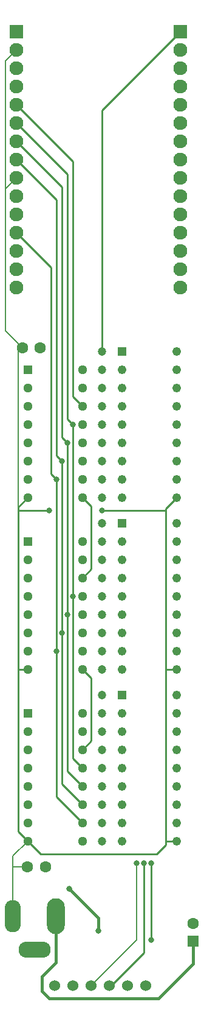
<source format=gbl>
%TF.GenerationSoftware,KiCad,Pcbnew,(7.0.0)*%
%TF.CreationDate,2023-05-15T22:46:06-04:00*%
%TF.ProjectId,clockPCB,636c6f63-6b50-4434-922e-6b696361645f,rev?*%
%TF.SameCoordinates,Original*%
%TF.FileFunction,Copper,L2,Bot*%
%TF.FilePolarity,Positive*%
%FSLAX46Y46*%
G04 Gerber Fmt 4.6, Leading zero omitted, Abs format (unit mm)*
G04 Created by KiCad (PCBNEW (7.0.0)) date 2023-05-15 22:46:06*
%MOMM*%
%LPD*%
G01*
G04 APERTURE LIST*
%TA.AperFunction,ComponentPad*%
%ADD10C,1.600000*%
%TD*%
%TA.AperFunction,ComponentPad*%
%ADD11R,1.600000X1.600000*%
%TD*%
%TA.AperFunction,ComponentPad*%
%ADD12R,1.295400X1.295400*%
%TD*%
%TA.AperFunction,ComponentPad*%
%ADD13C,1.295400*%
%TD*%
%TA.AperFunction,ComponentPad*%
%ADD14R,1.930000X1.930000*%
%TD*%
%TA.AperFunction,ComponentPad*%
%ADD15C,1.930000*%
%TD*%
%TA.AperFunction,ComponentPad*%
%ADD16C,1.200000*%
%TD*%
%TA.AperFunction,ComponentPad*%
%ADD17O,2.500000X5.000000*%
%TD*%
%TA.AperFunction,ComponentPad*%
%ADD18O,2.250000X4.500000*%
%TD*%
%TA.AperFunction,ComponentPad*%
%ADD19O,4.500000X2.250000*%
%TD*%
%TA.AperFunction,ComponentPad*%
%ADD20R,1.227074X1.227074*%
%TD*%
%TA.AperFunction,ComponentPad*%
%ADD21C,1.227074*%
%TD*%
%TA.AperFunction,ComponentPad*%
%ADD22C,1.524000*%
%TD*%
%TA.AperFunction,ViaPad*%
%ADD23C,0.800000*%
%TD*%
%TA.AperFunction,Conductor*%
%ADD24C,0.400000*%
%TD*%
%TA.AperFunction,Conductor*%
%ADD25C,0.200000*%
%TD*%
%TA.AperFunction,Conductor*%
%ADD26C,0.250000*%
%TD*%
G04 APERTURE END LIST*
D10*
%TO.P,REF\u002A\u002A,1*%
%TO.N,N/C*%
X124988000Y-67500500D03*
%TO.P,REF\u002A\u002A,2*%
X127488000Y-67500500D03*
%TD*%
D11*
%TO.P,REF\u002A\u002A,1*%
%TO.N,N/C*%
X148843999Y-150010499D03*
D10*
%TO.P,REF\u002A\u002A,2*%
X148844000Y-147510500D03*
%TD*%
D12*
%TO.P,REF\u002A\u002A,1*%
%TO.N,N/C*%
X125793499Y-70548499D03*
D13*
%TO.P,REF\u002A\u002A,2*%
X125793500Y-73088500D03*
%TO.P,REF\u002A\u002A,3*%
X125793500Y-75628500D03*
%TO.P,REF\u002A\u002A,4*%
X125793500Y-78168500D03*
%TO.P,REF\u002A\u002A,5*%
X125793500Y-80708500D03*
%TO.P,REF\u002A\u002A,6*%
X125793500Y-83248500D03*
%TO.P,REF\u002A\u002A,7*%
X125793500Y-85788500D03*
%TO.P,REF\u002A\u002A,8*%
X125793500Y-88328500D03*
%TO.P,REF\u002A\u002A,9*%
X133413500Y-88328500D03*
%TO.P,REF\u002A\u002A,10*%
X133413500Y-85788500D03*
%TO.P,REF\u002A\u002A,11*%
X133413500Y-83248500D03*
%TO.P,REF\u002A\u002A,12*%
X133413500Y-80708500D03*
%TO.P,REF\u002A\u002A,13*%
X133413500Y-78168500D03*
%TO.P,REF\u002A\u002A,14*%
X133413500Y-75628500D03*
%TO.P,REF\u002A\u002A,15*%
X133413500Y-73088500D03*
%TO.P,REF\u002A\u002A,16*%
X133413500Y-70548500D03*
%TD*%
D14*
%TO.P,REF\u002A\u002A,J1_1*%
%TO.N,N/C*%
X124205999Y-23558499D03*
D15*
%TO.P,REF\u002A\u002A,J1_2*%
X124206000Y-26098500D03*
%TO.P,REF\u002A\u002A,J1_3*%
X124206000Y-28638500D03*
%TO.P,REF\u002A\u002A,J1_4*%
X124206000Y-31178500D03*
%TO.P,REF\u002A\u002A,J1_5*%
X124206000Y-33718500D03*
%TO.P,REF\u002A\u002A,J1_6*%
X124206000Y-36258500D03*
%TO.P,REF\u002A\u002A,J1_7*%
X124206000Y-38798500D03*
%TO.P,REF\u002A\u002A,J1_8*%
X124206000Y-41338500D03*
%TO.P,REF\u002A\u002A,J1_9*%
X124206000Y-43878500D03*
%TO.P,REF\u002A\u002A,J1_10*%
X124206000Y-46418500D03*
%TO.P,REF\u002A\u002A,J1_11*%
X124206000Y-48958500D03*
%TO.P,REF\u002A\u002A,J1_12*%
X124206000Y-51498500D03*
%TO.P,REF\u002A\u002A,J1_13*%
X124206000Y-54038500D03*
%TO.P,REF\u002A\u002A,J1_14*%
X124206000Y-56578500D03*
%TO.P,REF\u002A\u002A,J1_15*%
X124206000Y-59118500D03*
D14*
%TO.P,REF\u002A\u002A,J2_1*%
X147065999Y-23558499D03*
D15*
%TO.P,REF\u002A\u002A,J2_2*%
X147066000Y-26098500D03*
%TO.P,REF\u002A\u002A,J2_3*%
X147066000Y-28638500D03*
%TO.P,REF\u002A\u002A,J2_4*%
X147066000Y-31178500D03*
%TO.P,REF\u002A\u002A,J2_5*%
X147066000Y-33718500D03*
%TO.P,REF\u002A\u002A,J2_6*%
X147066000Y-36258500D03*
%TO.P,REF\u002A\u002A,J2_7*%
X147066000Y-38798500D03*
%TO.P,REF\u002A\u002A,J2_8*%
X147066000Y-41338500D03*
%TO.P,REF\u002A\u002A,J2_9*%
X147066000Y-43878500D03*
%TO.P,REF\u002A\u002A,J2_10*%
X147066000Y-46418500D03*
%TO.P,REF\u002A\u002A,J2_11*%
X147066000Y-48958500D03*
%TO.P,REF\u002A\u002A,J2_12*%
X147066000Y-51498500D03*
%TO.P,REF\u002A\u002A,J2_13*%
X147066000Y-54038500D03*
%TO.P,REF\u002A\u002A,J2_14*%
X147066000Y-56578500D03*
%TO.P,REF\u002A\u002A,J2_15*%
X147066000Y-59118500D03*
%TD*%
D16*
%TO.P,REF\u002A\u002A,1*%
%TO.N,N/C*%
X136144000Y-68008500D03*
%TO.P,REF\u002A\u002A,2*%
X136144000Y-70548500D03*
%TO.P,REF\u002A\u002A,3*%
X136144000Y-73088500D03*
%TO.P,REF\u002A\u002A,4*%
X136144000Y-75628500D03*
%TO.P,REF\u002A\u002A,5*%
X136144000Y-78168500D03*
%TO.P,REF\u002A\u002A,6*%
X136144000Y-80708500D03*
%TO.P,REF\u002A\u002A,7*%
X136144000Y-83248500D03*
%TO.P,REF\u002A\u002A,8*%
X136144000Y-85788500D03*
%TO.P,REF\u002A\u002A,9*%
X136144000Y-88328500D03*
%TD*%
D17*
%TO.P,REF\u002A\u002A,1*%
%TO.N,N/C*%
X129697999Y-146494499D03*
D18*
%TO.P,REF\u002A\u002A,2*%
X123697999Y-146494499D03*
D19*
%TO.P,REF\u002A\u002A,3*%
X126697999Y-151194499D03*
%TD*%
D16*
%TO.P,REF\u002A\u002A,1*%
%TO.N,N/C*%
X136144000Y-115760500D03*
%TO.P,REF\u002A\u002A,2*%
X136144000Y-118300500D03*
%TO.P,REF\u002A\u002A,3*%
X136144000Y-120840500D03*
%TO.P,REF\u002A\u002A,4*%
X136144000Y-123380500D03*
%TO.P,REF\u002A\u002A,5*%
X136144000Y-125920500D03*
%TO.P,REF\u002A\u002A,6*%
X136144000Y-128460500D03*
%TO.P,REF\u002A\u002A,7*%
X136144000Y-131000500D03*
%TO.P,REF\u002A\u002A,8*%
X136144000Y-133540500D03*
%TO.P,REF\u002A\u002A,9*%
X136144000Y-136080500D03*
%TD*%
D20*
%TO.P,REF\u002A\u002A,1*%
%TO.N,N/C*%
X138937999Y-115760499D03*
D21*
%TO.P,REF\u002A\u002A,2*%
X138938000Y-118300500D03*
%TO.P,REF\u002A\u002A,3*%
X138938000Y-120840500D03*
%TO.P,REF\u002A\u002A,4*%
X138938000Y-123380500D03*
%TO.P,REF\u002A\u002A,5*%
X138938000Y-125920500D03*
%TO.P,REF\u002A\u002A,6*%
X138938000Y-128460500D03*
%TO.P,REF\u002A\u002A,7*%
X138938000Y-131000500D03*
%TO.P,REF\u002A\u002A,8*%
X138938000Y-133540500D03*
%TO.P,REF\u002A\u002A,9*%
X138938000Y-136080500D03*
%TO.P,REF\u002A\u002A,10*%
X146558000Y-136080500D03*
%TO.P,REF\u002A\u002A,11*%
X146558000Y-133540500D03*
%TO.P,REF\u002A\u002A,12*%
X146558000Y-131000500D03*
%TO.P,REF\u002A\u002A,13*%
X146558000Y-128460500D03*
%TO.P,REF\u002A\u002A,14*%
X146558000Y-125920500D03*
%TO.P,REF\u002A\u002A,15*%
X146558000Y-123380500D03*
%TO.P,REF\u002A\u002A,16*%
X146558000Y-120840500D03*
%TO.P,REF\u002A\u002A,17*%
X146558000Y-118300500D03*
%TO.P,REF\u002A\u002A,18*%
X146558000Y-115760500D03*
%TD*%
D12*
%TO.P,REF\u002A\u002A,1*%
%TO.N,N/C*%
X125793499Y-118300499D03*
D13*
%TO.P,REF\u002A\u002A,2*%
X125793500Y-120840500D03*
%TO.P,REF\u002A\u002A,3*%
X125793500Y-123380500D03*
%TO.P,REF\u002A\u002A,4*%
X125793500Y-125920500D03*
%TO.P,REF\u002A\u002A,5*%
X125793500Y-128460500D03*
%TO.P,REF\u002A\u002A,6*%
X125793500Y-131000500D03*
%TO.P,REF\u002A\u002A,7*%
X125793500Y-133540500D03*
%TO.P,REF\u002A\u002A,8*%
X125793500Y-136080500D03*
%TO.P,REF\u002A\u002A,9*%
X133413500Y-136080500D03*
%TO.P,REF\u002A\u002A,10*%
X133413500Y-133540500D03*
%TO.P,REF\u002A\u002A,11*%
X133413500Y-131000500D03*
%TO.P,REF\u002A\u002A,12*%
X133413500Y-128460500D03*
%TO.P,REF\u002A\u002A,13*%
X133413500Y-125920500D03*
%TO.P,REF\u002A\u002A,14*%
X133413500Y-123380500D03*
%TO.P,REF\u002A\u002A,15*%
X133413500Y-120840500D03*
%TO.P,REF\u002A\u002A,16*%
X133413500Y-118300500D03*
%TD*%
D22*
%TO.P,REF\u002A\u002A,32K*%
%TO.N,N/C*%
X129540000Y-156146500D03*
%TO.P,REF\u002A\u002A,GND*%
X142240000Y-156146500D03*
%TO.P,REF\u002A\u002A,SCL*%
X134620000Y-156146500D03*
%TO.P,REF\u002A\u002A,SDA*%
X137160000Y-156146500D03*
%TO.P,REF\u002A\u002A,SQW*%
X132080000Y-156146500D03*
%TO.P,REF\u002A\u002A,VCC*%
X139700000Y-156146500D03*
%TD*%
D10*
%TO.P,REF\u002A\u002A,1*%
%TO.N,N/C*%
X125730000Y-139636500D03*
%TO.P,REF\u002A\u002A,2*%
X128230000Y-139636500D03*
%TD*%
D12*
%TO.P,REF\u002A\u002A,1*%
%TO.N,N/C*%
X125793499Y-94424499D03*
D13*
%TO.P,REF\u002A\u002A,2*%
X125793500Y-96964500D03*
%TO.P,REF\u002A\u002A,3*%
X125793500Y-99504500D03*
%TO.P,REF\u002A\u002A,4*%
X125793500Y-102044500D03*
%TO.P,REF\u002A\u002A,5*%
X125793500Y-104584500D03*
%TO.P,REF\u002A\u002A,6*%
X125793500Y-107124500D03*
%TO.P,REF\u002A\u002A,7*%
X125793500Y-109664500D03*
%TO.P,REF\u002A\u002A,8*%
X125793500Y-112204500D03*
%TO.P,REF\u002A\u002A,9*%
X133413500Y-112204500D03*
%TO.P,REF\u002A\u002A,10*%
X133413500Y-109664500D03*
%TO.P,REF\u002A\u002A,11*%
X133413500Y-107124500D03*
%TO.P,REF\u002A\u002A,12*%
X133413500Y-104584500D03*
%TO.P,REF\u002A\u002A,13*%
X133413500Y-102044500D03*
%TO.P,REF\u002A\u002A,14*%
X133413500Y-99504500D03*
%TO.P,REF\u002A\u002A,15*%
X133413500Y-96964500D03*
%TO.P,REF\u002A\u002A,16*%
X133413500Y-94424500D03*
%TD*%
D20*
%TO.P,REF\u002A\u002A,1*%
%TO.N,N/C*%
X138937999Y-91884499D03*
D21*
%TO.P,REF\u002A\u002A,2*%
X138938000Y-94424500D03*
%TO.P,REF\u002A\u002A,3*%
X138938000Y-96964500D03*
%TO.P,REF\u002A\u002A,4*%
X138938000Y-99504500D03*
%TO.P,REF\u002A\u002A,5*%
X138938000Y-102044500D03*
%TO.P,REF\u002A\u002A,6*%
X138938000Y-104584500D03*
%TO.P,REF\u002A\u002A,7*%
X138938000Y-107124500D03*
%TO.P,REF\u002A\u002A,8*%
X138938000Y-109664500D03*
%TO.P,REF\u002A\u002A,9*%
X138938000Y-112204500D03*
%TO.P,REF\u002A\u002A,10*%
X146558000Y-112204500D03*
%TO.P,REF\u002A\u002A,11*%
X146558000Y-109664500D03*
%TO.P,REF\u002A\u002A,12*%
X146558000Y-107124500D03*
%TO.P,REF\u002A\u002A,13*%
X146558000Y-104584500D03*
%TO.P,REF\u002A\u002A,14*%
X146558000Y-102044500D03*
%TO.P,REF\u002A\u002A,15*%
X146558000Y-99504500D03*
%TO.P,REF\u002A\u002A,16*%
X146558000Y-96964500D03*
%TO.P,REF\u002A\u002A,17*%
X146558000Y-94424500D03*
%TO.P,REF\u002A\u002A,18*%
X146558000Y-91884500D03*
%TD*%
D16*
%TO.P,REF\u002A\u002A,1*%
%TO.N,N/C*%
X136144000Y-91884500D03*
%TO.P,REF\u002A\u002A,2*%
X136144000Y-94424500D03*
%TO.P,REF\u002A\u002A,3*%
X136144000Y-96964500D03*
%TO.P,REF\u002A\u002A,4*%
X136144000Y-99504500D03*
%TO.P,REF\u002A\u002A,5*%
X136144000Y-102044500D03*
%TO.P,REF\u002A\u002A,6*%
X136144000Y-104584500D03*
%TO.P,REF\u002A\u002A,7*%
X136144000Y-107124500D03*
%TO.P,REF\u002A\u002A,8*%
X136144000Y-109664500D03*
%TO.P,REF\u002A\u002A,9*%
X136144000Y-112204500D03*
%TD*%
D20*
%TO.P,REF\u002A\u002A,1*%
%TO.N,N/C*%
X138937999Y-68008499D03*
D21*
%TO.P,REF\u002A\u002A,2*%
X138938000Y-70548500D03*
%TO.P,REF\u002A\u002A,3*%
X138938000Y-73088500D03*
%TO.P,REF\u002A\u002A,4*%
X138938000Y-75628500D03*
%TO.P,REF\u002A\u002A,5*%
X138938000Y-78168500D03*
%TO.P,REF\u002A\u002A,6*%
X138938000Y-80708500D03*
%TO.P,REF\u002A\u002A,7*%
X138938000Y-83248500D03*
%TO.P,REF\u002A\u002A,8*%
X138938000Y-85788500D03*
%TO.P,REF\u002A\u002A,9*%
X138938000Y-88328500D03*
%TO.P,REF\u002A\u002A,10*%
X146558000Y-88328500D03*
%TO.P,REF\u002A\u002A,11*%
X146558000Y-85788500D03*
%TO.P,REF\u002A\u002A,12*%
X146558000Y-83248500D03*
%TO.P,REF\u002A\u002A,13*%
X146558000Y-80708500D03*
%TO.P,REF\u002A\u002A,14*%
X146558000Y-78168500D03*
%TO.P,REF\u002A\u002A,15*%
X146558000Y-75628500D03*
%TO.P,REF\u002A\u002A,16*%
X146558000Y-73088500D03*
%TO.P,REF\u002A\u002A,17*%
X146558000Y-70548500D03*
%TO.P,REF\u002A\u002A,18*%
X146558000Y-68008500D03*
%TD*%
D23*
%TO.N,*%
X131572000Y-142684500D03*
X143002000Y-149796500D03*
X132080000Y-102044500D03*
X140970000Y-139128500D03*
X131318000Y-104584500D03*
X129794000Y-85788500D03*
X141986000Y-139128500D03*
X135636000Y-148526500D03*
X136144000Y-90106500D03*
X130556000Y-107124500D03*
X130556000Y-83248500D03*
X128778000Y-90106500D03*
X143002000Y-139128500D03*
X131318000Y-80708500D03*
X129794000Y-109664500D03*
X132080000Y-78168500D03*
%TD*%
D24*
%TO.N,*%
X135636000Y-148526500D02*
X135636000Y-146748500D01*
X135636000Y-146748500D02*
X131572000Y-142684500D01*
D25*
X122682000Y-27622500D02*
X124206000Y-26098500D01*
X122682000Y-45466000D02*
X122682000Y-27622500D01*
X122682000Y-45466000D02*
X122682000Y-65194500D01*
X122682000Y-45402500D02*
X122682000Y-45466000D01*
D26*
X136144000Y-34480500D02*
X147066000Y-23558500D01*
X136144000Y-68008500D02*
X136144000Y-34480500D01*
X129032000Y-85026500D02*
X129794000Y-85788500D01*
X130556000Y-45148500D02*
X130556000Y-79946500D01*
D25*
X140970000Y-149796500D02*
X134620000Y-156146500D01*
D26*
X124206000Y-51498500D02*
X129032000Y-56324500D01*
D25*
X124460000Y-89662000D02*
X124460000Y-68028500D01*
D26*
X141986000Y-139128500D02*
X141986000Y-151574500D01*
D24*
X144018000Y-157924500D02*
X148844000Y-153098500D01*
D25*
X122682000Y-65194500D02*
X124988000Y-67500500D01*
D26*
X133413500Y-112204500D02*
X134620000Y-113411000D01*
X146558000Y-88328500D02*
X145034000Y-89852500D01*
X124460000Y-116014500D02*
X124460000Y-123634500D01*
D25*
X123698000Y-138176000D02*
X125793500Y-136080500D01*
X124460000Y-68028500D02*
X124988000Y-67500500D01*
D24*
X129698000Y-152940500D02*
X127762000Y-154876500D01*
D26*
X129794000Y-46926500D02*
X124206000Y-41338500D01*
X125793500Y-88328500D02*
X124460000Y-89662000D01*
X132080000Y-102044500D02*
X132080000Y-124587000D01*
D25*
X140970000Y-139128500D02*
X140970000Y-149796500D01*
D26*
X146558000Y-112204500D02*
X145034000Y-112204500D01*
X131318000Y-104584500D02*
X131318000Y-80708500D01*
X132080000Y-124587000D02*
X133413500Y-125920500D01*
D24*
X129698000Y-146494500D02*
X129698000Y-152940500D01*
D26*
X129794000Y-85788500D02*
X129794000Y-109664500D01*
D25*
X124206000Y-43878500D02*
X122682000Y-45402500D01*
D24*
X148844000Y-153098500D02*
X148844000Y-150010500D01*
D26*
X131318000Y-126365000D02*
X131318000Y-104584500D01*
X124206000Y-38798500D02*
X130556000Y-45148500D01*
X146558000Y-136080500D02*
X145034000Y-136080500D01*
X130556000Y-79946500D02*
X131318000Y-80708500D01*
X131318000Y-77406500D02*
X131318000Y-43370500D01*
X129032000Y-56324500D02*
X129032000Y-85026500D01*
D25*
X141986000Y-139128500D02*
X142240000Y-139128500D01*
D26*
X130556000Y-83248500D02*
X129794000Y-82486500D01*
D24*
X127762000Y-154876500D02*
X127762000Y-156908500D01*
D26*
X134620000Y-98298000D02*
X133413500Y-99504500D01*
X132080000Y-41592500D02*
X132080000Y-68516500D01*
X124460000Y-90106500D02*
X124460000Y-112204500D01*
X143764000Y-137858500D02*
X127571500Y-137858500D01*
X133413500Y-128460500D02*
X131318000Y-126365000D01*
X124206000Y-33718500D02*
X132080000Y-41592500D01*
X145034000Y-136080500D02*
X145034000Y-136588500D01*
X143764000Y-137858500D02*
X145034000Y-136588500D01*
X129794000Y-82486500D02*
X129794000Y-46926500D01*
D25*
X123698000Y-146494500D02*
X123698000Y-139636500D01*
D26*
X143002000Y-139128500D02*
X143002000Y-149796500D01*
X124460000Y-89662000D02*
X124460000Y-90106500D01*
X125793500Y-112204500D02*
X124460000Y-112204500D01*
X132080000Y-78168500D02*
X131318000Y-77406500D01*
D25*
X123698000Y-139636500D02*
X123698000Y-138176000D01*
D26*
X145034000Y-90106500D02*
X145034000Y-112204500D01*
X132080000Y-78168500D02*
X132080000Y-102044500D01*
X124460000Y-123634500D02*
X124460000Y-127190500D01*
X130556000Y-83248500D02*
X130556000Y-107124500D01*
X134620000Y-122174000D02*
X133413500Y-123380500D01*
D25*
X123698000Y-139636500D02*
X125730000Y-139636500D01*
D26*
X129794000Y-129921000D02*
X133413500Y-133540500D01*
X130556000Y-107124500D02*
X130556000Y-128143000D01*
X134620000Y-89535000D02*
X134620000Y-98298000D01*
X133413500Y-88328500D02*
X134620000Y-89535000D01*
X124460000Y-112204500D02*
X124460000Y-116014500D01*
X130556000Y-128143000D02*
X133413500Y-131000500D01*
X124460000Y-127190500D02*
X124460000Y-134747000D01*
X128778000Y-90106500D02*
X124460000Y-90106500D01*
X131318000Y-43370500D02*
X124206000Y-36258500D01*
X129794000Y-109664500D02*
X129794000Y-129921000D01*
X127571500Y-137858500D02*
X125793500Y-136080500D01*
X134620000Y-113411000D02*
X134620000Y-122174000D01*
X145034000Y-89852500D02*
X145034000Y-90106500D01*
D24*
X128778000Y-157924500D02*
X144018000Y-157924500D01*
D26*
X141986000Y-151574500D02*
X136906000Y-156654500D01*
X145034000Y-90106500D02*
X136144000Y-90106500D01*
X132080000Y-68516500D02*
X132080000Y-74295000D01*
D24*
X127762000Y-156908500D02*
X128778000Y-157924500D01*
D26*
X124460000Y-134747000D02*
X125793500Y-136080500D01*
X145034000Y-112204500D02*
X145034000Y-136080500D01*
X132080000Y-74295000D02*
X133413500Y-75628500D01*
%TD*%
M02*

</source>
